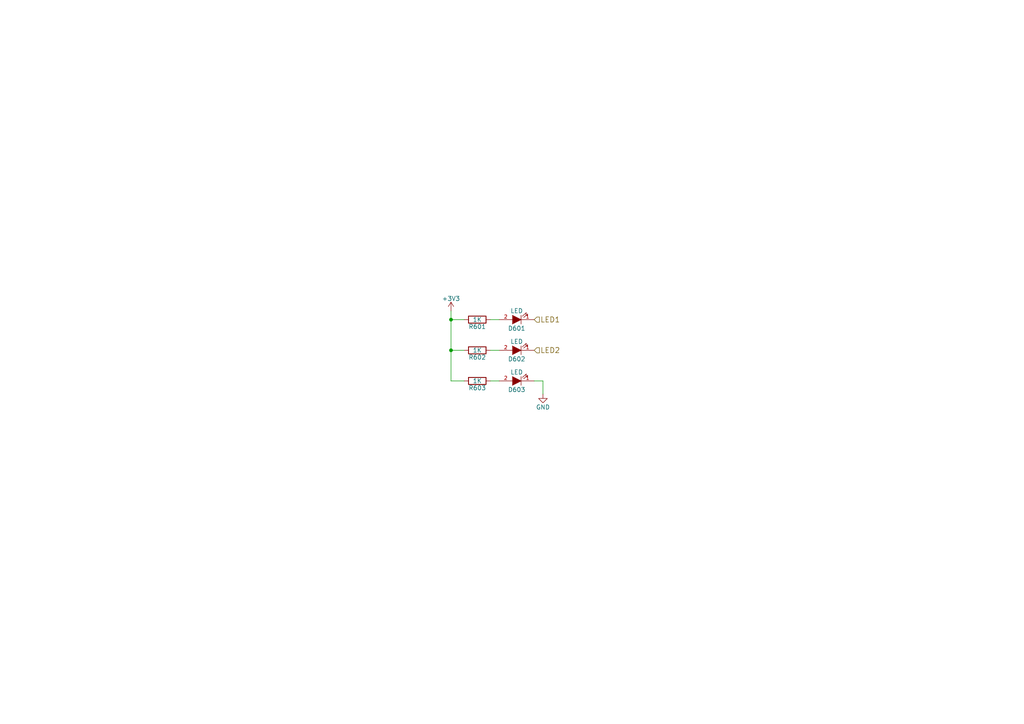
<source format=kicad_sch>
(kicad_sch
	(version 20250114)
	(generator "eeschema")
	(generator_version "9.0")
	(uuid "6f151c49-4968-4d4b-8161-4e4757518916")
	(paper "A4")
	(lib_symbols
		(symbol "+3V3_1"
			(power)
			(pin_names
				(offset 0)
			)
			(exclude_from_sim no)
			(in_bom yes)
			(on_board yes)
			(property "Reference" "#PWR"
				(at 0 -3.81 0)
				(effects
					(font
						(size 1.27 1.27)
					)
					(hide yes)
				)
			)
			(property "Value" "+3V3"
				(at 0 3.556 0)
				(effects
					(font
						(size 1.27 1.27)
					)
				)
			)
			(property "Footprint" ""
				(at 0 0 0)
				(effects
					(font
						(size 1.27 1.27)
					)
				)
			)
			(property "Datasheet" ""
				(at 0 0 0)
				(effects
					(font
						(size 1.27 1.27)
					)
				)
			)
			(property "Description" ""
				(at 0 0 0)
				(effects
					(font
						(size 1.27 1.27)
					)
					(hide yes)
				)
			)
			(property "Field5" ""
				(at 0 0 0)
				(effects
					(font
						(size 1.27 1.27)
					)
					(hide yes)
				)
			)
			(symbol "+3V3_1_0_1"
				(polyline
					(pts
						(xy -0.762 1.27) (xy 0 2.54)
					)
					(stroke
						(width 0)
						(type solid)
					)
					(fill
						(type none)
					)
				)
				(polyline
					(pts
						(xy 0 2.54) (xy 0.762 1.27)
					)
					(stroke
						(width 0)
						(type solid)
					)
					(fill
						(type none)
					)
				)
				(polyline
					(pts
						(xy 0 0) (xy 0 2.54)
					)
					(stroke
						(width 0)
						(type solid)
					)
					(fill
						(type none)
					)
				)
			)
			(symbol "+3V3_1_1_1"
				(pin power_in line
					(at 0 0 90)
					(length 0)
					(hide yes)
					(name "+3V3"
						(effects
							(font
								(size 1.27 1.27)
							)
						)
					)
					(number "1"
						(effects
							(font
								(size 1.27 1.27)
							)
						)
					)
				)
			)
			(embedded_fonts no)
		)
		(symbol "+3V3_2"
			(power)
			(pin_names
				(offset 0)
			)
			(exclude_from_sim no)
			(in_bom yes)
			(on_board yes)
			(property "Reference" "#PWR"
				(at 0 -3.81 0)
				(effects
					(font
						(size 1.27 1.27)
					)
					(hide yes)
				)
			)
			(property "Value" "+3V3"
				(at 0 3.556 0)
				(effects
					(font
						(size 1.27 1.27)
					)
				)
			)
			(property "Footprint" ""
				(at 0 0 0)
				(effects
					(font
						(size 1.27 1.27)
					)
				)
			)
			(property "Datasheet" ""
				(at 0 0 0)
				(effects
					(font
						(size 1.27 1.27)
					)
				)
			)
			(property "Description" ""
				(at 0 0 0)
				(effects
					(font
						(size 1.27 1.27)
					)
					(hide yes)
				)
			)
			(property "Field5" ""
				(at 0 0 0)
				(effects
					(font
						(size 1.27 1.27)
					)
					(hide yes)
				)
			)
			(symbol "+3V3_2_0_1"
				(polyline
					(pts
						(xy -0.762 1.27) (xy 0 2.54)
					)
					(stroke
						(width 0)
						(type solid)
					)
					(fill
						(type none)
					)
				)
				(polyline
					(pts
						(xy 0 2.54) (xy 0.762 1.27)
					)
					(stroke
						(width 0)
						(type solid)
					)
					(fill
						(type none)
					)
				)
				(polyline
					(pts
						(xy 0 0) (xy 0 2.54)
					)
					(stroke
						(width 0)
						(type solid)
					)
					(fill
						(type none)
					)
				)
			)
			(symbol "+3V3_2_1_1"
				(pin power_in line
					(at 0 0 90)
					(length 0)
					(hide yes)
					(name "+3V3"
						(effects
							(font
								(size 1.27 1.27)
							)
						)
					)
					(number "1"
						(effects
							(font
								(size 1.27 1.27)
							)
						)
					)
				)
			)
			(embedded_fonts no)
		)
		(symbol "GND_1"
			(power)
			(pin_names
				(offset 0)
			)
			(exclude_from_sim no)
			(in_bom yes)
			(on_board yes)
			(property "Reference" "#PWR"
				(at 0 -6.35 0)
				(effects
					(font
						(size 1.27 1.27)
					)
					(hide yes)
				)
			)
			(property "Value" "GND"
				(at 0 -3.81 0)
				(effects
					(font
						(size 1.27 1.27)
					)
				)
			)
			(property "Footprint" ""
				(at 0 0 0)
				(effects
					(font
						(size 1.27 1.27)
					)
				)
			)
			(property "Datasheet" ""
				(at 0 0 0)
				(effects
					(font
						(size 1.27 1.27)
					)
				)
			)
			(property "Description" ""
				(at 0 0 0)
				(effects
					(font
						(size 1.27 1.27)
					)
					(hide yes)
				)
			)
			(property "Field5" ""
				(at 0 0 0)
				(effects
					(font
						(size 1.27 1.27)
					)
					(hide yes)
				)
			)
			(symbol "GND_1_0_1"
				(polyline
					(pts
						(xy 0 0) (xy 0 -1.27) (xy 1.27 -1.27) (xy 0 -2.54) (xy -1.27 -1.27) (xy 0 -1.27)
					)
					(stroke
						(width 0)
						(type solid)
					)
					(fill
						(type none)
					)
				)
			)
			(symbol "GND_1_1_1"
				(pin power_in line
					(at 0 0 270)
					(length 0)
					(hide yes)
					(name "GND"
						(effects
							(font
								(size 1.27 1.27)
							)
						)
					)
					(number "1"
						(effects
							(font
								(size 1.27 1.27)
							)
						)
					)
				)
			)
			(embedded_fonts no)
		)
		(symbol "GND_2"
			(power)
			(pin_names
				(offset 0)
			)
			(exclude_from_sim no)
			(in_bom yes)
			(on_board yes)
			(property "Reference" "#PWR"
				(at 0 -6.35 0)
				(effects
					(font
						(size 1.27 1.27)
					)
					(hide yes)
				)
			)
			(property "Value" "GND"
				(at 0 -3.81 0)
				(effects
					(font
						(size 1.27 1.27)
					)
				)
			)
			(property "Footprint" ""
				(at 0 0 0)
				(effects
					(font
						(size 1.27 1.27)
					)
				)
			)
			(property "Datasheet" ""
				(at 0 0 0)
				(effects
					(font
						(size 1.27 1.27)
					)
				)
			)
			(property "Description" ""
				(at 0 0 0)
				(effects
					(font
						(size 1.27 1.27)
					)
					(hide yes)
				)
			)
			(property "Field5" ""
				(at 0 0 0)
				(effects
					(font
						(size 1.27 1.27)
					)
					(hide yes)
				)
			)
			(symbol "GND_2_0_1"
				(polyline
					(pts
						(xy 0 0) (xy 0 -1.27) (xy 1.27 -1.27) (xy 0 -2.54) (xy -1.27 -1.27) (xy 0 -1.27)
					)
					(stroke
						(width 0)
						(type solid)
					)
					(fill
						(type none)
					)
				)
			)
			(symbol "GND_2_1_1"
				(pin power_in line
					(at 0 0 270)
					(length 0)
					(hide yes)
					(name "GND"
						(effects
							(font
								(size 1.27 1.27)
							)
						)
					)
					(number "1"
						(effects
							(font
								(size 1.27 1.27)
							)
						)
					)
				)
			)
			(embedded_fonts no)
		)
		(symbol "LED_1"
			(pin_names
				(offset 1.016)
				(hide yes)
			)
			(exclude_from_sim no)
			(in_bom yes)
			(on_board yes)
			(property "Reference" "D"
				(at 0 2.54 0)
				(effects
					(font
						(size 1.27 1.27)
					)
				)
			)
			(property "Value" "LED"
				(at 0 -2.54 0)
				(effects
					(font
						(size 1.27 1.27)
					)
				)
			)
			(property "Footprint" ""
				(at 0 0 0)
				(effects
					(font
						(size 1.27 1.27)
					)
				)
			)
			(property "Datasheet" ""
				(at 0 0 0)
				(effects
					(font
						(size 1.27 1.27)
					)
				)
			)
			(property "Description" ""
				(at 0 0 0)
				(effects
					(font
						(size 1.27 1.27)
					)
					(hide yes)
				)
			)
			(property "Field5" ""
				(at 0 0 0)
				(effects
					(font
						(size 1.27 1.27)
					)
					(hide yes)
				)
			)
			(property "ki_fp_filters" "LED-* LED_*"
				(at 0 0 0)
				(effects
					(font
						(size 1.27 1.27)
					)
					(hide yes)
				)
			)
			(symbol "LED_1_0_1"
				(polyline
					(pts
						(xy -2.032 -0.635) (xy -3.175 -1.651) (xy -3.048 -1.016)
					)
					(stroke
						(width 0)
						(type solid)
					)
					(fill
						(type none)
					)
				)
				(polyline
					(pts
						(xy -1.651 -1.016) (xy -2.794 -2.032) (xy -2.667 -1.397)
					)
					(stroke
						(width 0)
						(type solid)
					)
					(fill
						(type none)
					)
				)
				(polyline
					(pts
						(xy -1.27 1.27) (xy -1.27 -1.27)
					)
					(stroke
						(width 0)
						(type solid)
					)
					(fill
						(type none)
					)
				)
				(polyline
					(pts
						(xy 1.27 1.27) (xy -1.27 0) (xy 1.27 -1.27)
					)
					(stroke
						(width 0)
						(type solid)
					)
					(fill
						(type outline)
					)
				)
			)
			(symbol "LED_1_1_1"
				(pin passive line
					(at -5.08 0 0)
					(length 3.81)
					(name "K"
						(effects
							(font
								(size 1.016 1.016)
							)
						)
					)
					(number "1"
						(effects
							(font
								(size 1.016 1.016)
							)
						)
					)
				)
				(pin passive line
					(at 5.08 0 180)
					(length 3.81)
					(name "A"
						(effects
							(font
								(size 1.016 1.016)
							)
						)
					)
					(number "2"
						(effects
							(font
								(size 1.016 1.016)
							)
						)
					)
				)
			)
			(embedded_fonts no)
		)
		(symbol "LED_2"
			(pin_names
				(offset 1.016)
				(hide yes)
			)
			(exclude_from_sim no)
			(in_bom yes)
			(on_board yes)
			(property "Reference" "D"
				(at 0 2.54 0)
				(effects
					(font
						(size 1.27 1.27)
					)
				)
			)
			(property "Value" "LED"
				(at 0 -2.54 0)
				(effects
					(font
						(size 1.27 1.27)
					)
				)
			)
			(property "Footprint" ""
				(at 0 0 0)
				(effects
					(font
						(size 1.27 1.27)
					)
				)
			)
			(property "Datasheet" ""
				(at 0 0 0)
				(effects
					(font
						(size 1.27 1.27)
					)
				)
			)
			(property "Description" ""
				(at 0 0 0)
				(effects
					(font
						(size 1.27 1.27)
					)
					(hide yes)
				)
			)
			(property "Field5" ""
				(at 0 0 0)
				(effects
					(font
						(size 1.27 1.27)
					)
					(hide yes)
				)
			)
			(property "ki_fp_filters" "LED-* LED_*"
				(at 0 0 0)
				(effects
					(font
						(size 1.27 1.27)
					)
					(hide yes)
				)
			)
			(symbol "LED_2_0_1"
				(polyline
					(pts
						(xy -2.032 -0.635) (xy -3.175 -1.651) (xy -3.048 -1.016)
					)
					(stroke
						(width 0)
						(type solid)
					)
					(fill
						(type none)
					)
				)
				(polyline
					(pts
						(xy -1.651 -1.016) (xy -2.794 -2.032) (xy -2.667 -1.397)
					)
					(stroke
						(width 0)
						(type solid)
					)
					(fill
						(type none)
					)
				)
				(polyline
					(pts
						(xy -1.27 1.27) (xy -1.27 -1.27)
					)
					(stroke
						(width 0)
						(type solid)
					)
					(fill
						(type none)
					)
				)
				(polyline
					(pts
						(xy 1.27 1.27) (xy -1.27 0) (xy 1.27 -1.27)
					)
					(stroke
						(width 0)
						(type solid)
					)
					(fill
						(type outline)
					)
				)
			)
			(symbol "LED_2_1_1"
				(pin passive line
					(at -5.08 0 0)
					(length 3.81)
					(name "K"
						(effects
							(font
								(size 1.016 1.016)
							)
						)
					)
					(number "1"
						(effects
							(font
								(size 1.016 1.016)
							)
						)
					)
				)
				(pin passive line
					(at 5.08 0 180)
					(length 3.81)
					(name "A"
						(effects
							(font
								(size 1.016 1.016)
							)
						)
					)
					(number "2"
						(effects
							(font
								(size 1.016 1.016)
							)
						)
					)
				)
			)
			(embedded_fonts no)
		)
		(symbol "LED_3"
			(pin_names
				(offset 1.016)
				(hide yes)
			)
			(exclude_from_sim no)
			(in_bom yes)
			(on_board yes)
			(property "Reference" "D"
				(at 0 2.54 0)
				(effects
					(font
						(size 1.27 1.27)
					)
				)
			)
			(property "Value" "LED"
				(at 0 -2.54 0)
				(effects
					(font
						(size 1.27 1.27)
					)
				)
			)
			(property "Footprint" ""
				(at 0 0 0)
				(effects
					(font
						(size 1.27 1.27)
					)
				)
			)
			(property "Datasheet" ""
				(at 0 0 0)
				(effects
					(font
						(size 1.27 1.27)
					)
				)
			)
			(property "Description" ""
				(at 0 0 0)
				(effects
					(font
						(size 1.27 1.27)
					)
					(hide yes)
				)
			)
			(property "Field5" ""
				(at 0 0 0)
				(effects
					(font
						(size 1.27 1.27)
					)
					(hide yes)
				)
			)
			(property "ki_fp_filters" "LED-* LED_*"
				(at 0 0 0)
				(effects
					(font
						(size 1.27 1.27)
					)
					(hide yes)
				)
			)
			(symbol "LED_3_0_1"
				(polyline
					(pts
						(xy -2.032 -0.635) (xy -3.175 -1.651) (xy -3.048 -1.016)
					)
					(stroke
						(width 0)
						(type solid)
					)
					(fill
						(type none)
					)
				)
				(polyline
					(pts
						(xy -1.651 -1.016) (xy -2.794 -2.032) (xy -2.667 -1.397)
					)
					(stroke
						(width 0)
						(type solid)
					)
					(fill
						(type none)
					)
				)
				(polyline
					(pts
						(xy -1.27 1.27) (xy -1.27 -1.27)
					)
					(stroke
						(width 0)
						(type solid)
					)
					(fill
						(type none)
					)
				)
				(polyline
					(pts
						(xy 1.27 1.27) (xy -1.27 0) (xy 1.27 -1.27)
					)
					(stroke
						(width 0)
						(type solid)
					)
					(fill
						(type outline)
					)
				)
			)
			(symbol "LED_3_1_1"
				(pin passive line
					(at -5.08 0 0)
					(length 3.81)
					(name "K"
						(effects
							(font
								(size 1.016 1.016)
							)
						)
					)
					(number "1"
						(effects
							(font
								(size 1.016 1.016)
							)
						)
					)
				)
				(pin passive line
					(at 5.08 0 180)
					(length 3.81)
					(name "A"
						(effects
							(font
								(size 1.016 1.016)
							)
						)
					)
					(number "2"
						(effects
							(font
								(size 1.016 1.016)
							)
						)
					)
				)
			)
			(embedded_fonts no)
		)
		(symbol "LED_4"
			(pin_names
				(offset 1.016)
				(hide yes)
			)
			(exclude_from_sim no)
			(in_bom yes)
			(on_board yes)
			(property "Reference" "D"
				(at 0 2.54 0)
				(effects
					(font
						(size 1.27 1.27)
					)
				)
			)
			(property "Value" "LED"
				(at 0 -2.54 0)
				(effects
					(font
						(size 1.27 1.27)
					)
				)
			)
			(property "Footprint" ""
				(at 0 0 0)
				(effects
					(font
						(size 1.27 1.27)
					)
				)
			)
			(property "Datasheet" ""
				(at 0 0 0)
				(effects
					(font
						(size 1.27 1.27)
					)
				)
			)
			(property "Description" ""
				(at 0 0 0)
				(effects
					(font
						(size 1.27 1.27)
					)
					(hide yes)
				)
			)
			(property "Field5" ""
				(at 0 0 0)
				(effects
					(font
						(size 1.27 1.27)
					)
					(hide yes)
				)
			)
			(property "ki_fp_filters" "LED-* LED_*"
				(at 0 0 0)
				(effects
					(font
						(size 1.27 1.27)
					)
					(hide yes)
				)
			)
			(symbol "LED_4_0_1"
				(polyline
					(pts
						(xy -2.032 -0.635) (xy -3.175 -1.651) (xy -3.048 -1.016)
					)
					(stroke
						(width 0)
						(type solid)
					)
					(fill
						(type none)
					)
				)
				(polyline
					(pts
						(xy -1.651 -1.016) (xy -2.794 -2.032) (xy -2.667 -1.397)
					)
					(stroke
						(width 0)
						(type solid)
					)
					(fill
						(type none)
					)
				)
				(polyline
					(pts
						(xy -1.27 1.27) (xy -1.27 -1.27)
					)
					(stroke
						(width 0)
						(type solid)
					)
					(fill
						(type none)
					)
				)
				(polyline
					(pts
						(xy 1.27 1.27) (xy -1.27 0) (xy 1.27 -1.27)
					)
					(stroke
						(width 0)
						(type solid)
					)
					(fill
						(type outline)
					)
				)
			)
			(symbol "LED_4_1_1"
				(pin passive line
					(at -5.08 0 0)
					(length 3.81)
					(name "K"
						(effects
							(font
								(size 1.016 1.016)
							)
						)
					)
					(number "1"
						(effects
							(font
								(size 1.016 1.016)
							)
						)
					)
				)
				(pin passive line
					(at 5.08 0 180)
					(length 3.81)
					(name "A"
						(effects
							(font
								(size 1.016 1.016)
							)
						)
					)
					(number "2"
						(effects
							(font
								(size 1.016 1.016)
							)
						)
					)
				)
			)
			(embedded_fonts no)
		)
		(symbol "LED_5"
			(pin_names
				(offset 1.016)
				(hide yes)
			)
			(exclude_from_sim no)
			(in_bom yes)
			(on_board yes)
			(property "Reference" "D"
				(at 0 2.54 0)
				(effects
					(font
						(size 1.27 1.27)
					)
				)
			)
			(property "Value" "LED"
				(at 0 -2.54 0)
				(effects
					(font
						(size 1.27 1.27)
					)
				)
			)
			(property "Footprint" ""
				(at 0 0 0)
				(effects
					(font
						(size 1.27 1.27)
					)
				)
			)
			(property "Datasheet" ""
				(at 0 0 0)
				(effects
					(font
						(size 1.27 1.27)
					)
				)
			)
			(property "Description" ""
				(at 0 0 0)
				(effects
					(font
						(size 1.27 1.27)
					)
					(hide yes)
				)
			)
			(property "Field5" ""
				(at 0 0 0)
				(effects
					(font
						(size 1.27 1.27)
					)
					(hide yes)
				)
			)
			(property "ki_fp_filters" "LED-* LED_*"
				(at 0 0 0)
				(effects
					(font
						(size 1.27 1.27)
					)
					(hide yes)
				)
			)
			(symbol "LED_5_0_1"
				(polyline
					(pts
						(xy -2.032 -0.635) (xy -3.175 -1.651) (xy -3.048 -1.016)
					)
					(stroke
						(width 0)
						(type solid)
					)
					(fill
						(type none)
					)
				)
				(polyline
					(pts
						(xy -1.651 -1.016) (xy -2.794 -2.032) (xy -2.667 -1.397)
					)
					(stroke
						(width 0)
						(type solid)
					)
					(fill
						(type none)
					)
				)
				(polyline
					(pts
						(xy -1.27 1.27) (xy -1.27 -1.27)
					)
					(stroke
						(width 0)
						(type solid)
					)
					(fill
						(type none)
					)
				)
				(polyline
					(pts
						(xy 1.27 1.27) (xy -1.27 0) (xy 1.27 -1.27)
					)
					(stroke
						(width 0)
						(type solid)
					)
					(fill
						(type outline)
					)
				)
			)
			(symbol "LED_5_1_1"
				(pin passive line
					(at -5.08 0 0)
					(length 3.81)
					(name "K"
						(effects
							(font
								(size 1.016 1.016)
							)
						)
					)
					(number "1"
						(effects
							(font
								(size 1.016 1.016)
							)
						)
					)
				)
				(pin passive line
					(at 5.08 0 180)
					(length 3.81)
					(name "A"
						(effects
							(font
								(size 1.016 1.016)
							)
						)
					)
					(number "2"
						(effects
							(font
								(size 1.016 1.016)
							)
						)
					)
				)
			)
			(embedded_fonts no)
		)
		(symbol "LED_6"
			(pin_names
				(offset 1.016)
				(hide yes)
			)
			(exclude_from_sim no)
			(in_bom yes)
			(on_board yes)
			(property "Reference" "D"
				(at 0 2.54 0)
				(effects
					(font
						(size 1.27 1.27)
					)
				)
			)
			(property "Value" "LED"
				(at 0 -2.54 0)
				(effects
					(font
						(size 1.27 1.27)
					)
				)
			)
			(property "Footprint" ""
				(at 0 0 0)
				(effects
					(font
						(size 1.27 1.27)
					)
				)
			)
			(property "Datasheet" ""
				(at 0 0 0)
				(effects
					(font
						(size 1.27 1.27)
					)
				)
			)
			(property "Description" ""
				(at 0 0 0)
				(effects
					(font
						(size 1.27 1.27)
					)
					(hide yes)
				)
			)
			(property "Field5" ""
				(at 0 0 0)
				(effects
					(font
						(size 1.27 1.27)
					)
					(hide yes)
				)
			)
			(property "ki_fp_filters" "LED-* LED_*"
				(at 0 0 0)
				(effects
					(font
						(size 1.27 1.27)
					)
					(hide yes)
				)
			)
			(symbol "LED_6_0_1"
				(polyline
					(pts
						(xy -2.032 -0.635) (xy -3.175 -1.651) (xy -3.048 -1.016)
					)
					(stroke
						(width 0)
						(type solid)
					)
					(fill
						(type none)
					)
				)
				(polyline
					(pts
						(xy -1.651 -1.016) (xy -2.794 -2.032) (xy -2.667 -1.397)
					)
					(stroke
						(width 0)
						(type solid)
					)
					(fill
						(type none)
					)
				)
				(polyline
					(pts
						(xy -1.27 1.27) (xy -1.27 -1.27)
					)
					(stroke
						(width 0)
						(type solid)
					)
					(fill
						(type none)
					)
				)
				(polyline
					(pts
						(xy 1.27 1.27) (xy -1.27 0) (xy 1.27 -1.27)
					)
					(stroke
						(width 0)
						(type solid)
					)
					(fill
						(type outline)
					)
				)
			)
			(symbol "LED_6_1_1"
				(pin passive line
					(at -5.08 0 0)
					(length 3.81)
					(name "K"
						(effects
							(font
								(size 1.016 1.016)
							)
						)
					)
					(number "1"
						(effects
							(font
								(size 1.016 1.016)
							)
						)
					)
				)
				(pin passive line
					(at 5.08 0 180)
					(length 3.81)
					(name "A"
						(effects
							(font
								(size 1.016 1.016)
							)
						)
					)
					(number "2"
						(effects
							(font
								(size 1.016 1.016)
							)
						)
					)
				)
			)
			(embedded_fonts no)
		)
		(symbol "R_1"
			(pin_numbers
				(hide yes)
			)
			(pin_names
				(offset 0)
			)
			(exclude_from_sim no)
			(in_bom yes)
			(on_board yes)
			(property "Reference" "R"
				(at 2.032 0 90)
				(effects
					(font
						(size 1.27 1.27)
					)
				)
			)
			(property "Value" "R"
				(at 0 0 90)
				(effects
					(font
						(size 1.27 1.27)
					)
				)
			)
			(property "Footprint" ""
				(at -1.778 0 90)
				(effects
					(font
						(size 1.27 1.27)
					)
				)
			)
			(property "Datasheet" ""
				(at 0 0 0)
				(effects
					(font
						(size 1.27 1.27)
					)
				)
			)
			(property "Description" ""
				(at 0 0 0)
				(effects
					(font
						(size 1.27 1.27)
					)
					(hide yes)
				)
			)
			(property "Field5" ""
				(at 0 0 0)
				(effects
					(font
						(size 1.27 1.27)
					)
					(hide yes)
				)
			)
			(property "ki_fp_filters" "R_* Resistor_*"
				(at 0 0 0)
				(effects
					(font
						(size 1.27 1.27)
					)
					(hide yes)
				)
			)
			(symbol "R_1_0_1"
				(rectangle
					(start -1.016 -2.54)
					(end 1.016 2.54)
					(stroke
						(width 0.254)
						(type solid)
					)
					(fill
						(type none)
					)
				)
			)
			(symbol "R_1_1_1"
				(pin passive line
					(at 0 3.81 270)
					(length 1.27)
					(name "~"
						(effects
							(font
								(size 1.27 1.27)
							)
						)
					)
					(number "1"
						(effects
							(font
								(size 1.27 1.27)
							)
						)
					)
				)
				(pin passive line
					(at 0 -3.81 90)
					(length 1.27)
					(name "~"
						(effects
							(font
								(size 1.27 1.27)
							)
						)
					)
					(number "2"
						(effects
							(font
								(size 1.27 1.27)
							)
						)
					)
				)
			)
			(embedded_fonts no)
		)
		(symbol "R_2"
			(pin_numbers
				(hide yes)
			)
			(pin_names
				(offset 0)
			)
			(exclude_from_sim no)
			(in_bom yes)
			(on_board yes)
			(property "Reference" "R"
				(at 2.032 0 90)
				(effects
					(font
						(size 1.27 1.27)
					)
				)
			)
			(property "Value" "R"
				(at 0 0 90)
				(effects
					(font
						(size 1.27 1.27)
					)
				)
			)
			(property "Footprint" ""
				(at -1.778 0 90)
				(effects
					(font
						(size 1.27 1.27)
					)
				)
			)
			(property "Datasheet" ""
				(at 0 0 0)
				(effects
					(font
						(size 1.27 1.27)
					)
				)
			)
			(property "Description" ""
				(at 0 0 0)
				(effects
					(font
						(size 1.27 1.27)
					)
					(hide yes)
				)
			)
			(property "Field5" ""
				(at 0 0 0)
				(effects
					(font
						(size 1.27 1.27)
					)
					(hide yes)
				)
			)
			(property "ki_fp_filters" "R_* Resistor_*"
				(at 0 0 0)
				(effects
					(font
						(size 1.27 1.27)
					)
					(hide yes)
				)
			)
			(symbol "R_2_0_1"
				(rectangle
					(start -1.016 -2.54)
					(end 1.016 2.54)
					(stroke
						(width 0.254)
						(type solid)
					)
					(fill
						(type none)
					)
				)
			)
			(symbol "R_2_1_1"
				(pin passive line
					(at 0 3.81 270)
					(length 1.27)
					(name "~"
						(effects
							(font
								(size 1.27 1.27)
							)
						)
					)
					(number "1"
						(effects
							(font
								(size 1.27 1.27)
							)
						)
					)
				)
				(pin passive line
					(at 0 -3.81 90)
					(length 1.27)
					(name "~"
						(effects
							(font
								(size 1.27 1.27)
							)
						)
					)
					(number "2"
						(effects
							(font
								(size 1.27 1.27)
							)
						)
					)
				)
			)
			(embedded_fonts no)
		)
		(symbol "R_3"
			(pin_numbers
				(hide yes)
			)
			(pin_names
				(offset 0)
			)
			(exclude_from_sim no)
			(in_bom yes)
			(on_board yes)
			(property "Reference" "R"
				(at 2.032 0 90)
				(effects
					(font
						(size 1.27 1.27)
					)
				)
			)
			(property "Value" "R"
				(at 0 0 90)
				(effects
					(font
						(size 1.27 1.27)
					)
				)
			)
			(property "Footprint" ""
				(at -1.778 0 90)
				(effects
					(font
						(size 1.27 1.27)
					)
				)
			)
			(property "Datasheet" ""
				(at 0 0 0)
				(effects
					(font
						(size 1.27 1.27)
					)
				)
			)
			(property "Description" ""
				(at 0 0 0)
				(effects
					(font
						(size 1.27 1.27)
					)
					(hide yes)
				)
			)
			(property "Field5" ""
				(at 0 0 0)
				(effects
					(font
						(size 1.27 1.27)
					)
					(hide yes)
				)
			)
			(property "ki_fp_filters" "R_* Resistor_*"
				(at 0 0 0)
				(effects
					(font
						(size 1.27 1.27)
					)
					(hide yes)
				)
			)
			(symbol "R_3_0_1"
				(rectangle
					(start -1.016 -2.54)
					(end 1.016 2.54)
					(stroke
						(width 0.254)
						(type solid)
					)
					(fill
						(type none)
					)
				)
			)
			(symbol "R_3_1_1"
				(pin passive line
					(at 0 3.81 270)
					(length 1.27)
					(name "~"
						(effects
							(font
								(size 1.27 1.27)
							)
						)
					)
					(number "1"
						(effects
							(font
								(size 1.27 1.27)
							)
						)
					)
				)
				(pin passive line
					(at 0 -3.81 90)
					(length 1.27)
					(name "~"
						(effects
							(font
								(size 1.27 1.27)
							)
						)
					)
					(number "2"
						(effects
							(font
								(size 1.27 1.27)
							)
						)
					)
				)
			)
			(embedded_fonts no)
		)
		(symbol "R_4"
			(pin_numbers
				(hide yes)
			)
			(pin_names
				(offset 0)
			)
			(exclude_from_sim no)
			(in_bom yes)
			(on_board yes)
			(property "Reference" "R"
				(at 2.032 0 90)
				(effects
					(font
						(size 1.27 1.27)
					)
				)
			)
			(property "Value" "R"
				(at 0 0 90)
				(effects
					(font
						(size 1.27 1.27)
					)
				)
			)
			(property "Footprint" ""
				(at -1.778 0 90)
				(effects
					(font
						(size 1.27 1.27)
					)
				)
			)
			(property "Datasheet" ""
				(at 0 0 0)
				(effects
					(font
						(size 1.27 1.27)
					)
				)
			)
			(property "Description" ""
				(at 0 0 0)
				(effects
					(font
						(size 1.27 1.27)
					)
					(hide yes)
				)
			)
			(property "Field5" ""
				(at 0 0 0)
				(effects
					(font
						(size 1.27 1.27)
					)
					(hide yes)
				)
			)
			(property "ki_fp_filters" "R_* Resistor_*"
				(at 0 0 0)
				(effects
					(font
						(size 1.27 1.27)
					)
					(hide yes)
				)
			)
			(symbol "R_4_0_1"
				(rectangle
					(start -1.016 -2.54)
					(end 1.016 2.54)
					(stroke
						(width 0.254)
						(type solid)
					)
					(fill
						(type none)
					)
				)
			)
			(symbol "R_4_1_1"
				(pin passive line
					(at 0 3.81 270)
					(length 1.27)
					(name "~"
						(effects
							(font
								(size 1.27 1.27)
							)
						)
					)
					(number "1"
						(effects
							(font
								(size 1.27 1.27)
							)
						)
					)
				)
				(pin passive line
					(at 0 -3.81 90)
					(length 1.27)
					(name "~"
						(effects
							(font
								(size 1.27 1.27)
							)
						)
					)
					(number "2"
						(effects
							(font
								(size 1.27 1.27)
							)
						)
					)
				)
			)
			(embedded_fonts no)
		)
		(symbol "R_5"
			(pin_numbers
				(hide yes)
			)
			(pin_names
				(offset 0)
			)
			(exclude_from_sim no)
			(in_bom yes)
			(on_board yes)
			(property "Reference" "R"
				(at 2.032 0 90)
				(effects
					(font
						(size 1.27 1.27)
					)
				)
			)
			(property "Value" "R"
				(at 0 0 90)
				(effects
					(font
						(size 1.27 1.27)
					)
				)
			)
			(property "Footprint" ""
				(at -1.778 0 90)
				(effects
					(font
						(size 1.27 1.27)
					)
				)
			)
			(property "Datasheet" ""
				(at 0 0 0)
				(effects
					(font
						(size 1.27 1.27)
					)
				)
			)
			(property "Description" ""
				(at 0 0 0)
				(effects
					(font
						(size 1.27 1.27)
					)
					(hide yes)
				)
			)
			(property "Field5" ""
				(at 0 0 0)
				(effects
					(font
						(size 1.27 1.27)
					)
					(hide yes)
				)
			)
			(property "ki_fp_filters" "R_* Resistor_*"
				(at 0 0 0)
				(effects
					(font
						(size 1.27 1.27)
					)
					(hide yes)
				)
			)
			(symbol "R_5_0_1"
				(rectangle
					(start -1.016 -2.54)
					(end 1.016 2.54)
					(stroke
						(width 0.254)
						(type solid)
					)
					(fill
						(type none)
					)
				)
			)
			(symbol "R_5_1_1"
				(pin passive line
					(at 0 3.81 270)
					(length 1.27)
					(name "~"
						(effects
							(font
								(size 1.27 1.27)
							)
						)
					)
					(number "1"
						(effects
							(font
								(size 1.27 1.27)
							)
						)
					)
				)
				(pin passive line
					(at 0 -3.81 90)
					(length 1.27)
					(name "~"
						(effects
							(font
								(size 1.27 1.27)
							)
						)
					)
					(number "2"
						(effects
							(font
								(size 1.27 1.27)
							)
						)
					)
				)
			)
			(embedded_fonts no)
		)
		(symbol "R_6"
			(pin_numbers
				(hide yes)
			)
			(pin_names
				(offset 0)
			)
			(exclude_from_sim no)
			(in_bom yes)
			(on_board yes)
			(property "Reference" "R"
				(at 2.032 0 90)
				(effects
					(font
						(size 1.27 1.27)
					)
				)
			)
			(property "Value" "R"
				(at 0 0 90)
				(effects
					(font
						(size 1.27 1.27)
					)
				)
			)
			(property "Footprint" ""
				(at -1.778 0 90)
				(effects
					(font
						(size 1.27 1.27)
					)
				)
			)
			(property "Datasheet" ""
				(at 0 0 0)
				(effects
					(font
						(size 1.27 1.27)
					)
				)
			)
			(property "Description" ""
				(at 0 0 0)
				(effects
					(font
						(size 1.27 1.27)
					)
					(hide yes)
				)
			)
			(property "Field5" ""
				(at 0 0 0)
				(effects
					(font
						(size 1.27 1.27)
					)
					(hide yes)
				)
			)
			(property "ki_fp_filters" "R_* Resistor_*"
				(at 0 0 0)
				(effects
					(font
						(size 1.27 1.27)
					)
					(hide yes)
				)
			)
			(symbol "R_6_0_1"
				(rectangle
					(start -1.016 -2.54)
					(end 1.016 2.54)
					(stroke
						(width 0.254)
						(type solid)
					)
					(fill
						(type none)
					)
				)
			)
			(symbol "R_6_1_1"
				(pin passive line
					(at 0 3.81 270)
					(length 1.27)
					(name "~"
						(effects
							(font
								(size 1.27 1.27)
							)
						)
					)
					(number "1"
						(effects
							(font
								(size 1.27 1.27)
							)
						)
					)
				)
				(pin passive line
					(at 0 -3.81 90)
					(length 1.27)
					(name "~"
						(effects
							(font
								(size 1.27 1.27)
							)
						)
					)
					(number "2"
						(effects
							(font
								(size 1.27 1.27)
							)
						)
					)
				)
			)
			(embedded_fonts no)
		)
	)
	(junction
		(at 130.81 92.71)
		(diameter 0)
		(color 0 0 0 0)
		(uuid "26b923a8-e7c0-4df6-901c-85bba0a381f0")
	)
	(junction
		(at 130.81 101.6)
		(diameter 0)
		(color 0 0 0 0)
		(uuid "ef7dd7c8-b812-4d75-98b7-30b1032ddbf4")
	)
	(wire
		(pts
			(xy 130.81 101.6) (xy 130.81 110.49)
		)
		(stroke
			(width 0)
			(type default)
		)
		(uuid "19be68cd-c1bd-4125-94e5-cfa171e1d5ff")
	)
	(wire
		(pts
			(xy 154.94 110.49) (xy 157.48 110.49)
		)
		(stroke
			(width 0)
			(type default)
		)
		(uuid "2bee0c93-317d-4ddf-bf11-76fb39d51717")
	)
	(wire
		(pts
			(xy 130.81 90.17) (xy 130.81 92.71)
		)
		(stroke
			(width 0)
			(type default)
		)
		(uuid "6d688e55-b241-48ac-b9af-8dee3804bf66")
	)
	(wire
		(pts
			(xy 130.81 92.71) (xy 130.81 101.6)
		)
		(stroke
			(width 0)
			(type default)
		)
		(uuid "8be9d344-04ad-4c4b-97b5-eaa93f61394c")
	)
	(wire
		(pts
			(xy 130.81 110.49) (xy 134.62 110.49)
		)
		(stroke
			(width 0)
			(type default)
		)
		(uuid "8c1fb770-8da0-4a3f-8207-5e9223c72630")
	)
	(wire
		(pts
			(xy 130.81 101.6) (xy 134.62 101.6)
		)
		(stroke
			(width 0)
			(type default)
		)
		(uuid "94d35099-228d-467e-8804-7cf97ec2c9bf")
	)
	(wire
		(pts
			(xy 130.81 92.71) (xy 134.62 92.71)
		)
		(stroke
			(width 0)
			(type default)
		)
		(uuid "a6432963-c7e9-4e46-983b-9fec58b7d8eb")
	)
	(wire
		(pts
			(xy 142.24 110.49) (xy 144.78 110.49)
		)
		(stroke
			(width 0)
			(type default)
		)
		(uuid "c33525c3-f4fa-4883-bbb0-52ce17cde44f")
	)
	(wire
		(pts
			(xy 142.24 92.71) (xy 144.78 92.71)
		)
		(stroke
			(width 0)
			(type default)
		)
		(uuid "ca383f3c-be41-492d-aa5e-eb59ee503cd9")
	)
	(wire
		(pts
			(xy 142.24 101.6) (xy 144.78 101.6)
		)
		(stroke
			(width 0)
			(type default)
		)
		(uuid "e2c01034-507c-4fcc-8625-a39e33c1dd1b")
	)
	(wire
		(pts
			(xy 157.48 110.49) (xy 157.48 114.3)
		)
		(stroke
			(width 0)
			(type default)
		)
		(uuid "ee379f17-fa6a-47d5-83ae-8644e83ae98b")
	)
	(hierarchical_label "LED2"
		(shape input)
		(at 154.94 101.6 0)
		(effects
			(font
				(size 1.524 1.524)
			)
			(justify left)
		)
		(uuid "f7267b1c-222b-41a8-b692-d48524ed47e0")
	)
	(hierarchical_label "LED1"
		(shape input)
		(at 154.94 92.71 0)
		(effects
			(font
				(size 1.524 1.524)
			)
			(justify left)
		)
		(uuid "fa05ba28-3fb6-43d6-ba7f-6ea3f6906ff8")
	)
	(symbol
		(lib_name "LED_5")
		(lib_id "candleLight-rescue:LED")
		(at 149.86 92.71 180)
		(unit 1)
		(exclude_from_sim no)
		(in_bom yes)
		(on_board yes)
		(dnp no)
		(uuid "00000000-0000-0000-0000-000056f5f775")
		(property "Reference" "D601"
			(at 149.86 95.25 0)
			(effects
				(font
					(size 1.27 1.27)
				)
			)
		)
		(property "Value" "LED"
			(at 149.86 90.17 0)
			(effects
				(font
					(size 1.27 1.27)
				)
			)
		)
		(property "Footprint" "LED_SMD:LED_0603_1608Metric"
			(at 149.86 92.71 0)
			(effects
				(font
					(size 1.27 1.27)
				)
				(hide yes)
			)
		)
		(property "Datasheet" ""
			(at 149.86 92.71 0)
			(effects
				(font
					(size 1.27 1.27)
				)
			)
		)
		(property "Description" ""
			(at 149.86 92.71 0)
			(effects
				(font
					(size 1.27 1.27)
				)
			)
		)
		(pin "2"
			(uuid "43fd5707-bbba-4f11-8a68-f236cf67c6f0")
		)
		(pin "1"
			(uuid "924fc791-fae7-4b93-a1d6-aec5cf941d68")
		)
		(instances
			(project "candleLight"
				(path "/8ad3dade-ecc8-451e-9a3d-eee88fcc5acc/00000000-0000-0000-0000-000056f5f6f8"
					(reference "D601")
					(unit 1)
				)
			)
		)
	)
	(symbol
		(lib_name "LED_6")
		(lib_id "candleLight-rescue:LED")
		(at 149.86 101.6 180)
		(unit 1)
		(exclude_from_sim no)
		(in_bom yes)
		(on_board yes)
		(dnp no)
		(uuid "00000000-0000-0000-0000-000056f5f923")
		(property "Reference" "D602"
			(at 149.86 104.14 0)
			(effects
				(font
					(size 1.27 1.27)
				)
			)
		)
		(property "Value" "LED"
			(at 149.86 99.06 0)
			(effects
				(font
					(size 1.27 1.27)
				)
			)
		)
		(property "Footprint" "LED_SMD:LED_0603_1608Metric"
			(at 149.86 101.6 0)
			(effects
				(font
					(size 1.27 1.27)
				)
				(hide yes)
			)
		)
		(property "Datasheet" ""
			(at 149.86 101.6 0)
			(effects
				(font
					(size 1.27 1.27)
				)
			)
		)
		(property "Description" ""
			(at 149.86 101.6 0)
			(effects
				(font
					(size 1.27 1.27)
				)
			)
		)
		(pin "1"
			(uuid "a551870a-fabd-4e6b-9dd2-3f1b5df7d7e1")
		)
		(pin "2"
			(uuid "60994729-3bc8-4dbd-842a-296fc79f78d0")
		)
		(instances
			(project "candleLight"
				(path "/8ad3dade-ecc8-451e-9a3d-eee88fcc5acc/00000000-0000-0000-0000-000056f5f6f8"
					(reference "D602")
					(unit 1)
				)
			)
		)
	)
	(symbol
		(lib_name "LED_4")
		(lib_id "candleLight-rescue:LED")
		(at 149.86 110.49 180)
		(unit 1)
		(exclude_from_sim no)
		(in_bom yes)
		(on_board yes)
		(dnp no)
		(uuid "00000000-0000-0000-0000-000056f5f971")
		(property "Reference" "D603"
			(at 149.86 113.03 0)
			(effects
				(font
					(size 1.27 1.27)
				)
			)
		)
		(property "Value" "LED"
			(at 149.86 107.95 0)
			(effects
				(font
					(size 1.27 1.27)
				)
			)
		)
		(property "Footprint" "LED_SMD:LED_0603_1608Metric"
			(at 149.86 110.49 0)
			(effects
				(font
					(size 1.27 1.27)
				)
				(hide yes)
			)
		)
		(property "Datasheet" ""
			(at 149.86 110.49 0)
			(effects
				(font
					(size 1.27 1.27)
				)
			)
		)
		(property "Description" ""
			(at 149.86 110.49 0)
			(effects
				(font
					(size 1.27 1.27)
				)
			)
		)
		(pin "1"
			(uuid "53fb3a0e-9f18-4350-a0a9-94b5b61be906")
		)
		(pin "2"
			(uuid "82ff1032-e48f-4a25-8dfa-42cd2ea7d8f8")
		)
		(instances
			(project "candleLight"
				(path "/8ad3dade-ecc8-451e-9a3d-eee88fcc5acc/00000000-0000-0000-0000-000056f5f6f8"
					(reference "D603")
					(unit 1)
				)
			)
		)
	)
	(symbol
		(lib_name "+3V3_2")
		(lib_id "candleLight-rescue:+3V3")
		(at 130.81 90.17 0)
		(unit 1)
		(exclude_from_sim no)
		(in_bom yes)
		(on_board yes)
		(dnp no)
		(uuid "00000000-0000-0000-0000-000056f5f9ac")
		(property "Reference" "#PWR038"
			(at 130.81 93.98 0)
			(effects
				(font
					(size 1.27 1.27)
				)
				(hide yes)
			)
		)
		(property "Value" "+3V3"
			(at 130.81 86.614 0)
			(effects
				(font
					(size 1.27 1.27)
				)
			)
		)
		(property "Footprint" ""
			(at 130.81 90.17 0)
			(effects
				(font
					(size 1.27 1.27)
				)
			)
		)
		(property "Datasheet" ""
			(at 130.81 90.17 0)
			(effects
				(font
					(size 1.27 1.27)
				)
			)
		)
		(property "Description" ""
			(at 130.81 90.17 0)
			(effects
				(font
					(size 1.27 1.27)
				)
			)
		)
		(pin "1"
			(uuid "657f8510-ef43-4e5a-886e-519b7eb68dcd")
		)
		(instances
			(project "candleLight"
				(path "/8ad3dade-ecc8-451e-9a3d-eee88fcc5acc/00000000-0000-0000-0000-000056f5f6f8"
					(reference "#PWR038")
					(unit 1)
				)
			)
		)
	)
	(symbol
		(lib_name "GND_2")
		(lib_id "candleLight-rescue:GND")
		(at 157.48 114.3 0)
		(unit 1)
		(exclude_from_sim no)
		(in_bom yes)
		(on_board yes)
		(dnp no)
		(uuid "00000000-0000-0000-0000-000056f5f9e1")
		(property "Reference" "#PWR039"
			(at 157.48 120.65 0)
			(effects
				(font
					(size 1.27 1.27)
				)
				(hide yes)
			)
		)
		(property "Value" "GND"
			(at 157.48 118.11 0)
			(effects
				(font
					(size 1.27 1.27)
				)
			)
		)
		(property "Footprint" ""
			(at 157.48 114.3 0)
			(effects
				(font
					(size 1.27 1.27)
				)
			)
		)
		(property "Datasheet" ""
			(at 157.48 114.3 0)
			(effects
				(font
					(size 1.27 1.27)
				)
			)
		)
		(property "Description" ""
			(at 157.48 114.3 0)
			(effects
				(font
					(size 1.27 1.27)
				)
			)
		)
		(pin "1"
			(uuid "02068bdc-c8f8-487d-a39c-a084b4d090f1")
		)
		(instances
			(project "candleLight"
				(path "/8ad3dade-ecc8-451e-9a3d-eee88fcc5acc/00000000-0000-0000-0000-000056f5f6f8"
					(reference "#PWR039")
					(unit 1)
				)
			)
		)
	)
	(symbol
		(lib_name "R_4")
		(lib_id "candleLight-rescue:R")
		(at 138.43 92.71 270)
		(unit 1)
		(exclude_from_sim no)
		(in_bom yes)
		(on_board yes)
		(dnp no)
		(uuid "00000000-0000-0000-0000-000056f67521")
		(property "Reference" "R601"
			(at 138.43 94.742 90)
			(effects
				(font
					(size 1.27 1.27)
				)
			)
		)
		(property "Value" "1K"
			(at 138.43 92.71 90)
			(effects
				(font
					(size 1.27 1.27)
				)
			)
		)
		(property "Footprint" "Resistor_SMD:R_0603_1608Metric"
			(at 138.43 90.932 90)
			(effects
				(font
					(size 1.27 1.27)
				)
				(hide yes)
			)
		)
		(property "Datasheet" ""
			(at 138.43 92.71 0)
			(effects
				(font
					(size 1.27 1.27)
				)
			)
		)
		(property "Description" ""
			(at 138.43 92.71 0)
			(effects
				(font
					(size 1.27 1.27)
				)
			)
		)
		(pin "2"
			(uuid "d3132d8f-96a9-496c-81d2-a4629641bb8a")
		)
		(pin "1"
			(uuid "d01b8305-bd55-4490-a82f-6e2f013dd08c")
		)
		(instances
			(project "candleLight"
				(path "/8ad3dade-ecc8-451e-9a3d-eee88fcc5acc/00000000-0000-0000-0000-000056f5f6f8"
					(reference "R601")
					(unit 1)
				)
			)
		)
	)
	(symbol
		(lib_name "R_5")
		(lib_id "candleLight-rescue:R")
		(at 138.43 101.6 270)
		(unit 1)
		(exclude_from_sim no)
		(in_bom yes)
		(on_board yes)
		(dnp no)
		(uuid "00000000-0000-0000-0000-000056f67576")
		(property "Reference" "R602"
			(at 138.43 103.632 90)
			(effects
				(font
					(size 1.27 1.27)
				)
			)
		)
		(property "Value" "1K"
			(at 138.43 101.6 90)
			(effects
				(font
					(size 1.27 1.27)
				)
			)
		)
		(property "Footprint" "Resistor_SMD:R_0603_1608Metric"
			(at 138.43 99.822 90)
			(effects
				(font
					(size 1.27 1.27)
				)
				(hide yes)
			)
		)
		(property "Datasheet" ""
			(at 138.43 101.6 0)
			(effects
				(font
					(size 1.27 1.27)
				)
			)
		)
		(property "Description" ""
			(at 138.43 101.6 0)
			(effects
				(font
					(size 1.27 1.27)
				)
			)
		)
		(pin "1"
			(uuid "55448893-7658-4a9c-a4b2-cf498bf88ed3")
		)
		(pin "2"
			(uuid "ff8421bf-49ae-45da-9da7-679562fd96b7")
		)
		(instances
			(project "candleLight"
				(path "/8ad3dade-ecc8-451e-9a3d-eee88fcc5acc/00000000-0000-0000-0000-000056f5f6f8"
					(reference "R602")
					(unit 1)
				)
			)
		)
	)
	(symbol
		(lib_name "R_6")
		(lib_id "candleLight-rescue:R")
		(at 138.43 110.49 270)
		(unit 1)
		(exclude_from_sim no)
		(in_bom yes)
		(on_board yes)
		(dnp no)
		(uuid "00000000-0000-0000-0000-000056f67763")
		(property "Reference" "R603"
			(at 138.43 112.522 90)
			(effects
				(font
					(size 1.27 1.27)
				)
			)
		)
		(property "Value" "1K"
			(at 138.43 110.49 90)
			(effects
				(font
					(size 1.27 1.27)
				)
			)
		)
		(property "Footprint" "Resistor_SMD:R_0603_1608Metric"
			(at 138.43 108.712 90)
			(effects
				(font
					(size 1.27 1.27)
				)
				(hide yes)
			)
		)
		(property "Datasheet" ""
			(at 138.43 110.49 0)
			(effects
				(font
					(size 1.27 1.27)
				)
			)
		)
		(property "Description" ""
			(at 138.43 110.49 0)
			(effects
				(font
					(size 1.27 1.27)
				)
			)
		)
		(pin "2"
			(uuid "fc41a52f-d055-4dc0-9fd7-d17bda942e7d")
		)
		(pin "1"
			(uuid "b470db68-413e-4747-ad95-46fdae70ca18")
		)
		(instances
			(project "candleLight"
				(path "/8ad3dade-ecc8-451e-9a3d-eee88fcc5acc/00000000-0000-0000-0000-000056f5f6f8"
					(reference "R603")
					(unit 1)
				)
			)
		)
	)
)

</source>
